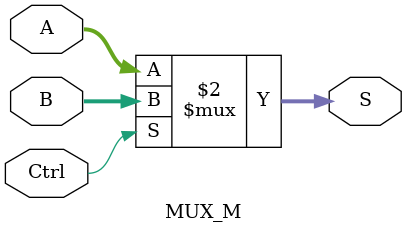
<source format=v>
`timescale 1ns / 1ps
module MUX_M(A, B, Ctrl, S);
	parameter N=32;
	input  wire[N-1:0] A, B;
	output wire[N-1:0] S;
	input wire Ctrl;
	assign S = (Ctrl == 1'b0) ? A:B ;
endmodule

</source>
